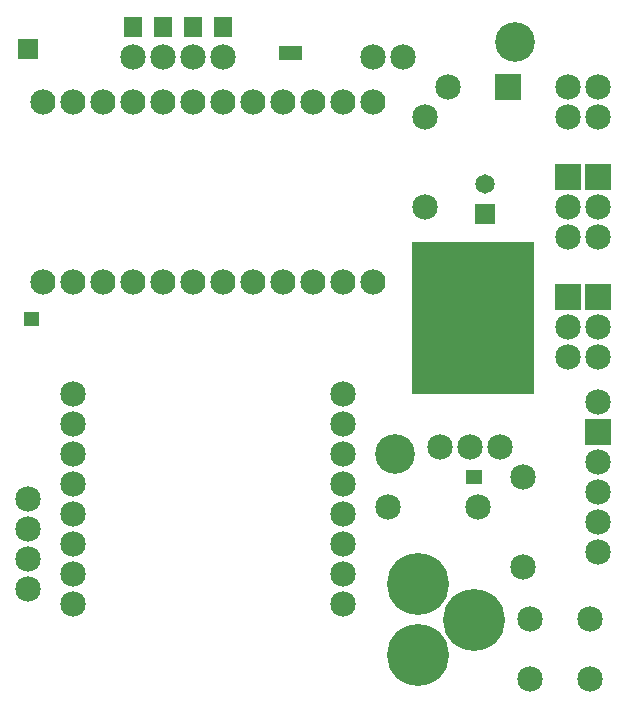
<source format=gbs>
G04 -- Generated By PCBWeb Designer*
%FSLAX24Y24*%
%MOIN*%
%OFA0B0*%
%SFA1.0B1.0*%
%AMROTRECT*21,1,$1,$2,0,0,$3*%
%AMROTOBLONG*1,1,$7,$1,$2*1,1,$7,$3,$4*21,1,$5,$6,0,0,$8*%
%ADD10C,0.025*%
%ADD11R,0.055X0.055*%
%ADD12C,0.033*%
%ADD13R,0.065X0.065*%
%ADD14C,0.055*%
%ADD15C,0.033*%
%ADD16C,0.065*%
%ADD17C,0.01*%
%ADD18C,0.008*%
%ADD19C,0.024*%
%ADD20C,0.075*%
%ADD21C,0.04*%
%ADD22C,0.085*%
%ADD23R,0.075X0.075*%
%ADD24R,0.085X0.085*%
%ADD25C,0.026*%
%ADD26C,0.1969*%
%ADD27C,0.1378*%
%ADD28C,0.2069*%
%ADD29C,0.126*%
%ADD30C,0.074*%
%ADD31C,0.084*%
%ADD32C,0.0048*%
%ADD33C,0.0208*%
%ADD34C,0.005*%
%ADD35C,0.021*%
%ADD36R,0.4X0.5*%
%ADD37R,0.41X0.51*%
%ADD38C,0.001*%
%ADD39C,0.1221*%
%ADD40C,0.1321*%
%ADD41R,0.0197X0.0394*%
%ADD42R,0.0297X0.0494*%
%ADD43R,0.0591X0.0591*%
%ADD44R,0.0691X0.0691*%
%ADD45R,0.05X0.05*%
%ADD46R,0.06X0.06*%
%ADD47R,0.05X0.06*%
%ADD48R,0.06X0.07*%
%ADD49C,0.0*%
%ADD50C,0.0275*%
%ADD51C,0.018*%
G01*
%LNSTD*%
%LPD*%
G54D13*
X16250Y16750D03*
G54D16*
X16250Y17750D03*
G54D22*
X15000Y21000D03*
G54D24*
X17000Y21000D03*
G54D22*
X4500Y22000D03*
X5500Y22000D03*
X6500Y22000D03*
X7500Y22000D03*
G54D28*
X14000Y4413D03*
X14000Y2051D03*
X15870Y3232D03*
G54D22*
X14250Y17000D03*
X14250Y20000D03*
G54D31*
X1500Y20500D03*
X2500Y20500D03*
X3500Y20500D03*
X4500Y20500D03*
X5500Y20500D03*
X6500Y20500D03*
X7500Y20500D03*
X8500Y20500D03*
X9500Y20500D03*
X10500Y20500D03*
X11500Y20500D03*
X12500Y20500D03*
X12500Y14500D03*
X11500Y14500D03*
X10500Y14500D03*
X9500Y14500D03*
X8500Y14500D03*
X7500Y14500D03*
X6500Y14500D03*
X5500Y14500D03*
X4500Y14500D03*
X3500Y14500D03*
X2500Y14500D03*
X1500Y14500D03*
G54D22*
X16750Y9000D03*
X15750Y9000D03*
X14750Y9000D03*
G54D37*
X15850Y13300D03*
G54D22*
X1000Y7250D03*
X1000Y6250D03*
X1000Y5250D03*
X1000Y4250D03*
X20000Y10500D03*
G54D24*
X20000Y9500D03*
G54D22*
X20000Y8500D03*
X20000Y7500D03*
X20000Y6500D03*
X20000Y5500D03*
X20000Y16000D03*
X20000Y17000D03*
G54D24*
X20000Y18000D03*
G54D22*
X19000Y16000D03*
X19000Y17000D03*
G54D24*
X19000Y18000D03*
G54D22*
X20000Y12000D03*
X20000Y13000D03*
G54D24*
X20000Y14000D03*
G54D22*
X19000Y12000D03*
X19000Y13000D03*
G54D24*
X19000Y14000D03*
G54D22*
X17750Y1250D03*
X19750Y1250D03*
X17750Y3250D03*
X19750Y3250D03*
X17500Y8000D03*
X17500Y5000D03*
X16000Y7000D03*
X13000Y7000D03*
X20000Y20000D03*
X20000Y21000D03*
X19000Y20000D03*
X19000Y21000D03*
X12500Y22000D03*
X13500Y22000D03*
X2500Y10750D03*
X2500Y9750D03*
X2500Y8750D03*
X2500Y7750D03*
X2500Y6750D03*
X2500Y5750D03*
X2500Y4750D03*
X2500Y3750D03*
X11500Y3750D03*
X11500Y4750D03*
X11500Y5750D03*
X11500Y6750D03*
X11500Y7750D03*
X11500Y8750D03*
X11500Y9750D03*
X11500Y10750D03*
G54D40*
X13250Y8750D03*
X17250Y22500D03*
G54D42*
X1000Y13250D03*
X1250Y13250D03*
G54D44*
X1000Y22250D03*
G54D42*
X15750Y8000D03*
X16000Y8000D03*
X9500Y22125D03*
X9750Y22125D03*
X10000Y22125D03*
G54D48*
X4500Y23000D03*
X5500Y23000D03*
X6500Y23000D03*
X7500Y23000D03*
M02*

</source>
